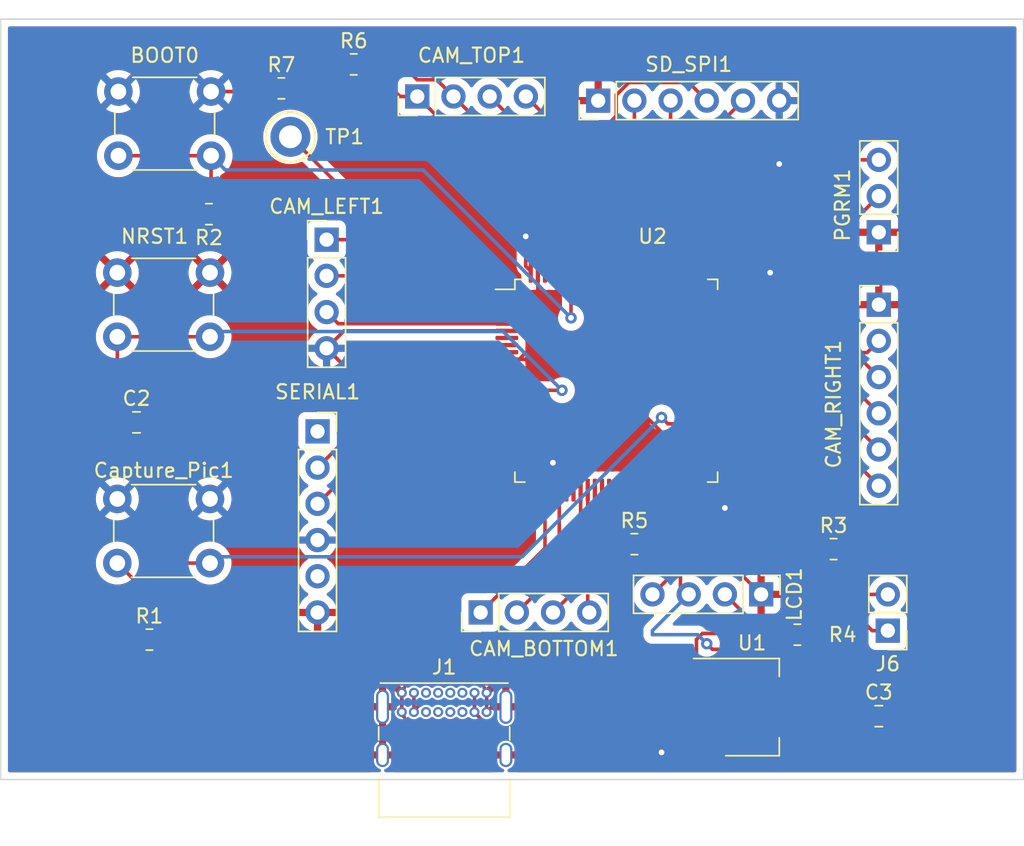
<source format=kicad_pcb>
(kicad_pcb (version 20211014) (generator pcbnew)
  (layers (0 "F.Cu" signal) (31 "B.Cu" signal) (34 "B.Paste" user) (35 "F.Paste" user) (36 "B.SilkS" user "B.Silkscreen") (37 "F.SilkS" user "F.Silkscreen") (38 "B.Mask" user) (39 "F.Mask" user) (44 "Edge.Cuts" user))
  (net 0 "")
  (net 1 "+3V3")
  (net 2 "GND")
  (net 3 "/VSYNC")
  (net 4 "/PCLK")
  (net 5 "/XCLK")
  (net 6 "/D7")
  (net 7 "/D6")
  (net 8 "/D5")
  (net 9 "/D4")
  (net 10 "/D3")
  (net 11 "/D2")
  (net 12 "/D1")
  (net 13 "/D0")
  (net 14 "/PWDN")
  (net 15 "+5V")
  (net 24 "Net-(J6-Pad2)")
  (net 25 "Net-(C2-Pad1)")
  (net 26 "/SWDIO")
  (net 27 "/SWCLK")
  (net 28 "/MISO")
  (net 29 "/MOSI")
  (net 30 "/CS")
  (net 32 "/RX")
  (net 33 "/TX")
  (net 45 "/VDD")
  (net 87 "/SCL_1")
  (net 88 "/SDA_1")
  (net 89 "/SDA_2")
  (net 90 "/SCL_2")
  (net 91 "Net-(BOOT0-Pad2)")
  (net 92 "/HSYNC")
  (net 93 "/CAM_RESET")
  (net 94 "Net-(J6-Pad1)")
  (net 95 "/SPI_CLK")
  (net 100 "Net-(Capture_Pic1-Pad2)")
  (net 101 "Net-(TP1-Pad1)")
  (footprint "Connector_PinHeader_2.54mm:PinHeader_1x04_P2.54mm_Vertical" (layer "F.Cu") (at 135.9 110.835 90)
    (fp_text reference "CAM_BOTTOM1" (at -2.54 4.435 180) (layer "F.SilkS"))
    (fp_text value "Conn_01x04_Male")
    (pad "1" thru_hole rect (at 0 0 90) (size 1.7 1.7) (drill 1) (layers *.Cu *.Mask) (net 92 "/HSYNC"))
    (pad "2" thru_hole oval (at 0 2.54 90) (size 1.7 1.7) (drill 1) (layers *.Cu *.Mask) (net 4 "/PCLK"))
    (pad "3" thru_hole oval (at 0 5.08 90) (size 1.7 1.7) (drill 1) (layers *.Cu *.Mask) (net 93 "/CAM_RESET"))
    (pad "4" thru_hole oval (at 0 7.62 90) (size 1.7 1.7) (drill 1) (layers *.Cu *.Mask) (net 14 "/PWDN"))
  )
  (footprint "Resistor_SMD:R_0805_2012Metric_Pad1.20x1.40mm_HandSolder" (layer "F.Cu") (at 146.685 106.045)
    (fp_text reference "R5" (at 0 -1.65) (layer "F.SilkS"))
    (fp_text value "4.7k")
    (pad "1" smd roundrect (at -1 0) (size 1.2 1.4) (layers "F.Cu" "F.Paste" "F.Mask") (roundrect_rratio 0.2083333333) (net 15 "+5V"))
    (pad "2" smd roundrect (at 1 0) (size 1.2 1.4) (layers "F.Cu" "F.Paste" "F.Mask") (roundrect_rratio 0.2083333333) (net 90 "/SCL_2"))
  )
  (footprint "Package_TO_SOT_SMD:SOT-223-3_TabPin2" (layer "F.Cu") (at 154.94 117.475)
    (fp_text reference "U1" (at 0 -4.5) (layer "F.SilkS"))
    (fp_text value "TC1262-33")
    (pad "1" smd rect (at -3.15 -2.3) (size 2 1.5) (layers "F.Cu" "F.Paste" "F.Mask") (net 15 "+5V"))
    (pad "2" smd rect (at -3.15 0) (size 2 1.5) (layers "F.Cu" "F.Paste" "F.Mask") (net 2 "GND"))
    (pad "2" smd rect (at 3.15 0) (size 2 3.8) (layers "F.Cu" "F.Paste" "F.Mask") (net 2 "GND"))
    (pad "3" smd rect (at -3.15 2.3) (size 2 1.5) (layers "F.Cu" "F.Paste" "F.Mask") (net 1 "+3V3"))
  )
  (footprint "Connector_PinHeader_2.54mm:PinHeader_1x03_P2.54mm_Vertical" (layer "F.Cu") (at 163.83 84.165 180)
    (fp_text reference "PGRM1" (at 2.54 1.905 90) (layer "F.SilkS"))
    (fp_text value "Conn_01x03_Male")
    (pad "1" thru_hole rect (at 0 0 180) (size 1.7 1.7) (drill 1) (layers *.Cu *.Mask) (net 2 "GND"))
    (pad "2" thru_hole oval (at 0 2.54 180) (size 1.7 1.7) (drill 1) (layers *.Cu *.Mask) (net 26 "/SWDIO"))
    (pad "3" thru_hole oval (at 0 5.08 180) (size 1.7 1.7) (drill 1) (layers *.Cu *.Mask) (net 27 "/SWCLK"))
  )
  (footprint "Resistor_SMD:R_0805_2012Metric_Pad1.20x1.40mm_HandSolder" (layer "F.Cu") (at 121.92 74.07)
    (fp_text reference "R7" (at 0 -1.65) (layer "F.SilkS"))
    (fp_text value "4.7k")
    (pad "1" smd roundrect (at -1 0) (size 1.2 1.4) (layers "F.Cu" "F.Paste" "F.Mask") (roundrect_rratio 0.2083333333) (net 1 "+3V3"))
    (pad "2" smd roundrect (at 1 0) (size 1.2 1.4) (layers "F.Cu" "F.Paste" "F.Mask") (roundrect_rratio 0.2083333333) (net 87 "/SCL_1"))
  )
  (footprint "Button_Switch_THT:SW_PUSH_6mm_H4.3mm" (layer "F.Cu") (at 110.49 74.295)
    (fp_text reference "BOOT0" (at 3.25 -2.54) (layer "F.SilkS"))
    (fp_text value "SW_Push")
    (pad "1" thru_hole circle (at 6.5 0 90) (size 2 2) (drill 1.1) (layers *.Cu *.Mask) (net 1 "+3V3"))
    (pad "1" thru_hole circle (at 0 0 90) (size 2 2) (drill 1.1) (layers *.Cu *.Mask) (net 1 "+3V3"))
    (pad "2" thru_hole circle (at 0 4.5 90) (size 2 2) (drill 1.1) (layers *.Cu *.Mask) (net 91 "Net-(BOOT0-Pad2)"))
    (pad "2" thru_hole circle (at 6.5 4.5 90) (size 2 2) (drill 1.1) (layers *.Cu *.Mask) (net 91 "Net-(BOOT0-Pad2)"))
  )
  (footprint "Capacitor_SMD:C_0805_2012Metric_Pad1.18x1.45mm_HandSolder" (layer "F.Cu") (at 163.83 118.11)
    (fp_text reference "C3" (at 0 -1.68) (layer "F.SilkS"))
    (fp_text value "10u")
    (pad "1" smd roundrect (at -1.0375 0) (size 1.175 1.45) (layers "F.Cu" "F.Paste" "F.Mask") (roundrect_rratio 0.212766) (net 15 "+5V"))
    (pad "2" smd roundrect (at 1.0375 0) (size 1.175 1.45) (layers "F.Cu" "F.Paste" "F.Mask") (roundrect_rratio 0.212766) (net 2 "GND"))
  )
  (footprint "Package_QFP:LQFP-100_14x14mm_P0.5mm" (layer "F.Cu") (at 145.415 94.579)
    (fp_text reference "U2" (at 2.54 -10.124) (layer "F.SilkS"))
    (fp_text value "STM32H743VITx")
    (pad "1" smd roundrect (at -7.675 -6) (size 1.6 0.3) (layers "F.Cu" "F.Paste" "F.Mask") (net 101 "Net-(TP1-Pad1)"))
    (pad "2" smd roundrect (at -7.675 -5.5) (size 1.6 0.3) (layers "F.Cu" "F.Paste" "F.Mask"))
    (pad "3" smd roundrect (at -7.675 -5) (size 1.6 0.3) (layers "F.Cu" "F.Paste" "F.Mask") (net 9 "/D4"))
    (pad "4" smd roundrect (at -7.675 -4.5) (size 1.6 0.3) (layers "F.Cu" "F.Paste" "F.Mask") (net 7 "/D6"))
    (pad "5" smd roundrect (at -7.675 -4) (size 1.6 0.3) (layers "F.Cu" "F.Paste" "F.Mask") (net 6 "/D7"))
    (pad "6" smd roundrect (at -7.675 -3.5) (size 1.6 0.3) (layers "F.Cu" "F.Paste" "F.Mask") (net 1 "+3V3"))
    (pad "7" smd roundrect (at -7.675 -3) (size 1.6 0.3) (layers "F.Cu" "F.Paste" "F.Mask"))
    (pad "8" smd roundrect (at -7.675 -2.5) (size 1.6 0.3) (layers "F.Cu" "F.Paste" "F.Mask"))
    (pad "9" smd roundrect (at -7.675 -2) (size 1.6 0.3) (layers "F.Cu" "F.Paste" "F.Mask"))
    (pad "10" smd roundrect (at -7.675 -1.5) (size 1.6 0.3) (layers "F.Cu" "F.Paste" "F.Mask") (net 2 "GND"))
    (pad "11" smd roundrect (at -7.675 -1) (size 1.6 0.3) (layers "F.Cu" "F.Paste" "F.Mask") (net 1 "+3V3"))
    (pad "12" smd roundrect (at -7.675 -0.5) (size 1.6 0.3) (layers "F.Cu" "F.Paste" "F.Mask"))
    (pad "13" smd roundrect (at -7.675 0) (size 1.6 0.3) (layers "F.Cu" "F.Paste" "F.Mask"))
    (pad "14" smd roundrect (at -7.675 0.5) (size 1.6 0.3) (layers "F.Cu" "F.Paste" "F.Mask") (net 25 "Net-(C2-Pad1)"))
    (pad "15" smd roundrect (at -7.675 1) (size 1.6 0.3) (layers "F.Cu" "F.Paste" "F.Mask"))
    (pad "16" smd roundrect (at -7.675 1.5) (size 1.6 0.3) (layers "F.Cu" "F.Paste" "F.Mask"))
    (pad "17" smd roundrect (at -7.675 2) (size 1.6 0.3) (layers "F.Cu" "F.Paste" "F.Mask"))
    (pad "18" smd roundrect (at -7.675 2.5) (size 1.6 0.3) (layers "F.Cu" "F.Paste" "F.Mask"))
    (pad "19" smd roundrect (at -7.675 3) (size 1.6 0.3) (layers "F.Cu" "F.Paste" "F.Mask") (net 2 "GND"))
    (pad "20" smd roundrect (at -7.675 3.5) (size 1.6 0.3) (layers "F.Cu" "F.Paste" "F.Mask") (net 45 "/VDD"))
    (pad "21" smd roundrect (at -7.675 4) (size 1.6 0.3) (layers "F.Cu" "F.Paste" "F.Mask") (net 1 "+3V3"))
    (pad "22" smd roundrect (at -7.675 4.5) (size 1.6 0.3) (layers "F.Cu" "F.Paste" "F.Mask") (net 32 "/RX"))
    (pad "23" smd roundrect (at -7.675 5) (size 1.6 0.3) (layers "F.Cu" "F.Paste" "F.Mask") (net 33 "/TX"))
    (pad "24" smd roundrect (at -7.675 5.5) (size 1.6 0.3) (layers "F.Cu" "F.Paste" "F.Mask"))
    (pad "25" smd roundrect (at -7.675 6) (size 1.6 0.3) (layers "F.Cu" "F.Paste" "F.Mask"))
    (pad "26" smd roundrect (at -6 7.675) (size 0.3 1.6) (layers "F.Cu" "F.Paste" "F.Mask") (net 2 "GND"))
    (pad "27" smd roundrect (at -5.5 7.675) (size 0.3 1.6) (layers "F.Cu" "F.Paste" "F.Mask") (net 1 "+3V3"))
    (pad "28" smd roundrect (at -5 7.675) (size 0.3 1.6) (layers "F.Cu" "F.Paste" "F.Mask") (net 92 "/HSYNC"))
    (pad "29" smd roundrect (at -4.5 7.675) (size 0.3 1.6) (layers "F.Cu" "F.Paste" "F.Mask"))
    (pad "30" smd roundrect (at -4 7.675) (size 0.3 1.6) (layers "F.Cu" "F.Paste" "F.Mask") (net 4 "/PCLK"))
    (pad "31" smd roundrect (at -3.5 7.675) (size 0.3 1.6) (layers "F.Cu" "F.Paste" "F.Mask"))
    (pad "32" smd roundrect (at -3 7.675) (size 0.3 1.6) (layers "F.Cu" "F.Paste" "F.Mask"))
    (pad "33" smd roundrect (at -2.5 7.675) (size 0.3 1.6) (layers "F.Cu" "F.Paste" "F.Mask") (net 93 "/CAM_RESET"))
    (pad "34" smd roundrect (at -2 7.675) (size 0.3 1.6) (layers "F.Cu" "F.Paste" "F.Mask") (net 14 "/PWDN"))
    (pad "35" smd roundrect (at -1.5 7.675) (size 0.3 1.6) (layers "F.Cu" "F.Paste" "F.Mask"))
    (pad "36" smd roundrect (at -1 7.675) (size 0.3 1.6) (layers "F.Cu" "F.Paste" "F.Mask"))
    (pad "37" smd roundrect (at -0.5 7.675) (size 0.3 1.6) (layers "F.Cu" "F.Paste" "F.Mask"))
    (pad "38" smd roundrect (at 0 7.675) (size 0.3 1.6) (layers "F.Cu" "F.Paste" "F.Mask"))
    (pad "39" smd roundrect (at 0.5 7.675) (size 0.3 1.6) (layers "F.Cu" "F.Paste" "F.Mask"))
    (pad "40" smd roundrect (at 1 7.675) (size 0.3 1.6) (layers "F.Cu" "F.Paste" "F.Mask"))
    (pad "41" smd roundrect (at 1.5 7.675) (size 0.3 1.6) (layers "F.Cu" "F.Paste" "F.Mask"))
    (pad "42" smd roundrect (at 2 7.675) (size 0.3 1.6) (layers "F.Cu" "F.Paste" "F.Mask"))
    (pad "43" smd roundrect (at 2.5 7.675) (size 0.3 1.6) (layers "F.Cu" "F.Paste" "F.Mask"))
    (pad "44" smd roundrect (at 3 7.675) (size 0.3 1.6) (layers "F.Cu" "F.Paste" "F.Mask"))
    (pad "45" smd roundrect (at 3.5 7.675) (size 0.3 1.6) (layers "F.Cu" "F.Paste" "F.Mask"))
    (pad "46" smd roundrect (at 4 7.675) (size 0.3 1.6) (layers "F.Cu" "F.Paste" "F.Mask") (net 90 "/SCL_2"))
    (pad "47" smd roundrect (at 4.5 7.675) (size 0.3 1.6) (layers "F.Cu" "F.Paste" "F.Mask") (net 89 "/SDA_2"))
    (pad "48" smd roundrect (at 5 7.675) (size 0.3 1.6) (layers "F.Cu" "F.Paste" "F.Mask"))
    (pad "49" smd roundrect (at 5.5 7.675) (size 0.3 1.6) (layers "F.Cu" "F.Paste" "F.Mask") (net 2 "GND"))
    (pad "50" smd roundrect (at 6 7.675) (size 0.3 1.6) (layers "F.Cu" "F.Paste" "F.Mask") (net 1 "+3V3"))
    (pad "51" smd roundrect (at 7.675 6) (size 1.6 0.3) (layers "F.Cu" "F.Paste" "F.Mask"))
    (pad "52" smd roundrect (at 7.675 5.5) (size 1.6 0.3) (layers "F.Cu" "F.Paste" "F.Mask"))
    (pad "53" smd roundrect (at 7.675 5) (size 1.6 0.3) (layers "F.Cu" "F.Paste" "F.Mask"))
    (pad "54" smd roundrect (at 7.675 4.5) (size 1.6 0.3) (layers "F.Cu" "F.Paste" "F.Mask"))
    (pad "55" smd roundrect (at 7.675 4) (size 1.6 0.3) (layers "F.Cu" "F.Paste" "F.Mask"))
    (pad "56" smd roundrect (at 7.675 3.5) (size 1.6 0.3) (layers "F.Cu" "F.Paste" "F.Mask"))
    (pad "57" smd roundrect (at 7.675 3) (size 1.6 0.3) (layers "F.Cu" "F.Paste" "F.Mask") (net 100 "Net-(Capture_Pic1-Pad2)"))
    (pad "58" smd roundrect (at 7.675 2.5) (size 1.6 0.3) (layers "F.Cu" "F.Paste" "F.Mask") (net 94 "Net-(J6-Pad1)"))
    (pad "59" smd roundrect (at 7.675 2) (size 1.6 0.3) (layers "F.Cu" "F.Paste" "F.Mask"))
    (pad "60" smd roundrect (at 7.675 1.5) (size 1.6 0.3) (layers "F.Cu" "F.Paste" "F.Mask"))
    (pad "61" smd roundrect (at 7.675 1) (size 1.6 0.3) (layers "F.Cu" "F.Paste" "F.Mask"))
    (pad "62" smd roundrect (at 7.675 0.5) (size 1.6 0.3) (layers "F.Cu" "F.Paste" "F.Mask"))
    (pad "63" smd roundrect (at 7.675 0) (size 1.6 0.3) (layers "F.Cu" "F.Paste" "F.Mask") (net 13 "/D0"))
    (pad "64" smd roundrect (at 7.675 -0.5) (size 1.6 0.3) (layers "F.Cu" "F.Paste" "F.Mask") (net 12 "/D1"))
    (pad "65" smd roundrect (at 7.675 -1) (size 1.6 0.3) (layers "F.Cu" "F.Paste" "F.Mask") (net 11 "/D2"))
    (pad "66" smd roundrect (at 7.675 -1.5) (size 1.6 0.3) (layers "F.Cu" "F.Paste" "F.Mask") (net 10 "/D3"))
    (pad "67" smd roundrect (at 7.675 -2) (size 1.6 0.3) (layers "F.Cu" "F.Paste" "F.Mask") (net 5 "/XCLK"))
    (pad "68" smd roundrect (at 7.675 -2.5) (size 1.6 0.3) (layers "F.Cu" "F.Paste" "F.Mask"))
    (pad "69" smd roundrect (at 7.675 -3) (size 1.6 0.3) (layers "F.Cu" "F.Paste" "F.Mask"))
    (pad "70" smd roundrect (at 7.675 -3.5) (size 1.6 0.3) (layers "F.Cu" "F.Paste" "F.Mask"))
    (pad "71" smd roundrect (at 7.675 -4) (size 1.6 0.3) (layers "F.Cu" "F.Paste" "F.Mask"))
    (pad "72" smd roundrect (at 7.675 -4.5) (size 1.6 0.3) (layers "F.Cu" "F.Paste" "F.Mask") (net 26 "/SWDIO"))
    (pad "73" smd roundrect (at 7.675 -5) (size 1.6 0.3) (layers "F.Cu" "F.Paste" "F.Mask"))
    (pad "74" smd roundrect (at 7.675 -5.5) (size 1.6 0.3) (layers "F.Cu" "F.Paste" "F.Mask") (net 2 "GND"))
    (pad "75" smd roundrect (at 7.675 -6) (size 1.6 0.3) (layers "F.Cu" "F.Paste" "F.Mask") (net 1 "+3V3"))
    (pad "76" smd roundrect (at 6 -7.675) (size 0.3 1.6) (layers "F.Cu" "F.Paste" "F.Mask") (net 27 "/SWCLK"))
    (pad "77" smd roundrect (at 5.5 -7.675) (size 0.3 1.6) (layers "F.Cu" "F.Paste" "F.Mask"))
    (pad "78" smd roundrect (at 5 -7.675) (size 0.3 1.6) (layers "F.Cu" "F.Paste" "F.Mask"))
    (pad "79" smd roundrect (at 4.5 -7.675) (size 0.3 1.6) (layers "F.Cu" "F.Paste" "F.Mask"))
    (pad "80" smd roundrect (at 4 -7.675) (size 0.3 1.6) (layers "F.Cu" "F.Paste" "F.Mask"))
    (pad "81" smd roundrect (at 3.5 -7.675) (size 0.3 1.6) (layers "F.Cu" "F.Paste" "F.Mask"))
    (pad "82" smd roundrect (at 3 -7.675) (size 0.3 1.6) (layers "F.Cu" "F.Paste" "F.Mask"))
    (pad "83" smd roundrect (at 2.5 -7.675) (size 0.3 1.6) (layers "F.Cu" "F.Paste" "F.Mask"))
    (pad "84" smd roundrect (at 2 -7.675) (size 0.3 1.6) (layers "F.Cu" "F.Paste" "F.Mask"))
    (pad "85" smd roundrect (at 1.5 -7.675) (size 0.3 1.6) (layers "F.Cu" "F.Paste" "F.Mask"))
    (pad "86" smd roundrect (at 1 -7.675) (size 0.3 1.6) (layers "F.Cu" "F.Paste" "F.Mask"))
    (pad "87" smd roundrect (at 0.5 -7.675) (size 0.3 1.6) (layers "F.Cu" "F.Paste" "F.Mask"))
    (pad "88" smd roundrect (at 0 -7.675) (size 0.3 1.6) (layers "F.Cu" "F.Paste" "F.Mask") (net 30 "/CS"))
    (pad "89" smd roundrect (at -0.5 -7.675) (size 0.3 1.6) (layers "F.Cu" "F.Paste" "F.Mask") (net 95 "/SPI_CLK"))
    (pad "90" smd roundrect (at -1 -7.675) (size 0.3 1.6) (layers "F.Cu" "F.Paste" "F.Mask") (net 28 "/MISO"))
    (pad "91" smd roundrect (at -1.5 -7.675) (size 0.3 1.6) (layers "F.Cu" "F.Paste" "F.Mask") (net 29 "/MOSI"))
    (pad "92" smd roundrect (at -2 -7.675) (size 0.3 1.6) (layers "F.Cu" "F.Paste" "F.Mask") (net 8 "/D5"))
    (pad "93" smd roundrect (at -2.5 -7.675) (size 0.3 1.6) (layers "F.Cu" "F.Paste" "F.Mask") (net 3 "/VSYNC"))
    (pad "94" smd roundrect (at -3 -7.675) (size 0.3 1.6) (layers "F.Cu" "F.Paste" "F.Mask") (net 91 "Net-(BOOT0-Pad2)"))
    (pad "95" smd roundrect (at -3.5 -7.675) (size 0.3 1.6) (layers "F.Cu" "F.Paste" "F.Mask") (net 87 "/SCL_1"))
    (pad "96" smd roundrect (at -4 -7.675) (size 0.3 1.6) (layers "F.Cu" "F.Paste" "F.Mask") (net 88 "/SDA_1"))
    (pad "97" smd roundrect (at -4.5 -7.675) (size 0.3 1.6) (layers "F.Cu" "F.Paste" "F.Mask"))
    (pad "98" smd roundrect (at -5 -7.675) (size 0.3 1.6) (layers "F.Cu" "F.Paste" "F.Mask"))
    (pad "99" smd roundrect (at -5.5 -7.675) (size 0.3 1.6) (layers "F.Cu" "F.Paste" "F.Mask") (net 2 "GND"))
    (pad "100" smd roundrect (at -6 -7.675) (size 0.3 1.6) (layers "F.Cu" "F.Paste" "F.Mask") (net 1 "+3V3"))
  )
  (footprint "TestPoint:TestPoint_Keystone_5010-5014_Multipurpose" (layer "F.Cu") (at 122.555 77.47)
    (fp_text reference "TP1" (at 3.81 0) (layer "F.SilkS"))
    (fp_text value "TestPoint")
    (pad "1" thru_hole circle (at 0 0) (size 2.8 2.8) (drill 1.6) (layers *.Cu *.Mask) (net 101 "Net-(TP1-Pad1)"))
  )
  (footprint "Connector_PinHeader_2.54mm:PinHeader_1x04_P2.54mm_Vertical" (layer "F.Cu") (at 131.455 74.64 90)
    (fp_text reference "CAM_TOP1" (at 2.885 3.8 180) (layer "F.SilkS"))
    (fp_text value "Conn_01x04_Male")
    (pad "1" thru_hole rect (at 0 0 90) (size 1.7 1.7) (drill 1) (layers *.Cu *.Mask) (net 88 "/SDA_1"))
    (pad "2" thru_hole oval (at 0 2.54 90) (size 1.7 1.7) (drill 1) (layers *.Cu *.Mask) (net 87 "/SCL_1"))
    (pad "3" thru_hole oval (at 0 5.08 90) (size 1.7 1.7) (drill 1) (layers *.Cu *.Mask) (net 3 "/VSYNC"))
    (pad "4" thru_hole oval (at 0 7.62 90) (size 1.7 1.7) (drill 1) (layers *.Cu *.Mask) (net 8 "/D5"))
  )
  (footprint "Button_Switch_THT:SW_PUSH_6mm_H4.3mm" (layer "F.Cu") (at 110.415 86.995)
    (fp_text reference "NRST1" (at 2.615 -2.54) (layer "F.SilkS"))
    (fp_text value "SW_Push")
    (pad "1" thru_hole circle (at 6.5 0 90) (size 2 2) (drill 1.1) (layers *.Cu *.Mask) (net 2 "GND"))
    (pad "1" thru_hole circle (at 0 0 90) (size 2 2) (drill 1.1) (layers *.Cu *.Mask) (net 2 "GND"))
    (pad "2" thru_hole circle (at 6.5 4.5 90) (size 2 2) (drill 1.1) (layers *.Cu *.Mask) (net 25 "Net-(C2-Pad1)"))
    (pad "2" thru_hole circle (at 0 4.5 90) (size 2 2) (drill 1.1) (layers *.Cu *.Mask) (net 25 "Net-(C2-Pad1)"))
  )
  (footprint "Connector_PinHeader_2.54mm:PinHeader_1x02_P2.54mm_Vertical" (layer "F.Cu") (at 164.465 112.11 180)
    (fp_text reference "J6" (at 0 -2.33) (layer "F.SilkS"))
    (fp_text value "Conn_01x02_Male")
    (pad "1" thru_hole rect (at 0 0 180) (size 1.7 1.7) (drill 1) (layers *.Cu *.Mask) (net 94 "Net-(J6-Pad1)"))
    (pad "2" thru_hole oval (at 0 2.54 180) (size 1.7 1.7) (drill 1) (layers *.Cu *.Mask) (net 24 "Net-(J6-Pad2)"))
  )
  (footprint "Resistor_SMD:R_0805_2012Metric_Pad1.20x1.40mm_HandSolder" (layer "F.Cu") (at 116.84 82.895 180)
    (fp_text reference "R2" (at 0 -1.65) (layer "F.SilkS"))
    (fp_text value "10k")
    (pad "1" smd roundrect (at -1 0 180) (size 1.2 1.4) (layers "F.Cu" "F.Paste" "F.Mask") (roundrect_rratio 0.2083333333) (net 91 "Net-(BOOT0-Pad2)"))
    (pad "2" smd roundrect (at 1 0 180) (size 1.2 1.4) (layers "F.Cu" "F.Paste" "F.Mask") (roundrect_rratio 0.2083333333) (net 2 "GND"))
  )
  (footprint "Connector_PinSocket_2.54mm:PinSocket_1x06_P2.54mm_Vertical" (layer "F.Cu") (at 124.46 98.135)
    (fp_text reference "SERIAL1" (at 0 -2.77) (layer "F.SilkS"))
    (fp_text value "Conn_01x06_Female")
    (pad "1" thru_hole rect (at 0 0) (size 1.7 1.7) (drill 1) (layers *.Cu *.Mask))
    (pad "2" thru_hole oval (at 0 2.54) (size 1.7 1.7) (drill 1) (layers *.Cu *.Mask) (net 32 "/RX"))
    (pad "3" thru_hole oval (at 0 5.08) (size 1.7 1.7) (drill 1) (layers *.Cu *.Mask) (net 33 "/TX"))
    (pad "4" thru_hole oval (at 0 7.62) (size 1.7 1.7) (drill 1) (layers *.Cu *.Mask) (net 1 "+3V3"))
    (pad "5" thru_hole oval (at 0 10.16) (size 1.7 1.7) (drill 1) (layers *.Cu *.Mask))
    (pad "6" thru_hole oval (at 0 12.7) (size 1.7 1.7) (drill 1) (layers *.Cu *.Mask) (net 2 "GND"))
  )
  (footprint "Connector_PinHeader_2.54mm:PinHeader_1x04_P2.54mm_Vertical" (layer "F.Cu") (at 155.575 109.565 -90)
    (fp_text reference "LCD1" (at 0 -2.33 90) (layer "F.SilkS"))
    (fp_text value "Conn_01x04_Male")
    (pad "1" thru_hole rect (at 0 0 270) (size 1.7 1.7) (drill 1) (layers *.Cu *.Mask) (net 2 "GND"))
    (pad "2" thru_hole oval (at 0 2.54 270) (size 1.7 1.7) (drill 1) (layers *.Cu *.Mask) (net 15 "+5V"))
    (pad "3" thru_hole oval (at 0 5.08 270) (size 1.7 1.7) (drill 1) (layers *.Cu *.Mask) (net 89 "/SDA_2"))
    (pad "4" thru_hole oval (at 0 7.62 270) (size 1.7 1.7) (drill 1) (layers *.Cu *.Mask) (net 90 "/SCL_2"))
  )
  (footprint "Resistor_SMD:R_0805_2012Metric_Pad1.20x1.40mm_HandSolder" (layer "F.Cu") (at 158.115 112.395)
    (fp_text reference "R4" (at 3.175 0) (layer "F.SilkS"))
    (fp_text value "4.7k")
    (pad "1" smd roundrect (at -1 0) (size 1.2 1.4) (layers "F.Cu" "F.Paste" "F.Mask") (roundrect_rratio 0.2083333333) (net 15 "+5V"))
    (pad "2" smd roundrect (at 1 0) (size 1.2 1.4) (layers "F.Cu" "F.Paste" "F.Mask") (roundrect_rratio 0.2083333333) (net 89 "/SDA_2"))
  )
  (footprint "Resistor_SMD:R_0805_2012Metric_Pad1.20x1.40mm_HandSolder" (layer "F.Cu") (at 127 72.39)
    (fp_text reference "R6" (at 0 -1.65) (layer "F.SilkS"))
    (fp_text value "4.7k")
    (pad "1" smd roundrect (at -1 0) (size 1.2 1.4) (layers "F.Cu" "F.Paste" "F.Mask") (roundrect_rratio 0.2083333333) (net 1 "+3V3"))
    (pad "2" smd roundrect (at 1 0) (size 1.2 1.4) (layers "F.Cu" "F.Paste" "F.Mask") (roundrect_rratio 0.2083333333) (net 88 "/SDA_1"))
  )
  (footprint "Connector_PinHeader_2.54mm:PinHeader_1x04_P2.54mm_Vertical" (layer "F.Cu") (at 125.095 84.683)
    (fp_text reference "CAM_LEFT1" (at 0 -2.33) (layer "F.SilkS"))
    (fp_text value "Conn_01x04_Male")
    (pad "1" thru_hole rect (at 0 0) (size 1.7 1.7) (drill 1) (layers *.Cu *.Mask) (net 9 "/D4"))
    (pad "2" thru_hole oval (at 0 2.54) (size 1.7 1.7) (drill 1) (layers *.Cu *.Mask) (net 7 "/D6"))
    (pad "3" thru_hole oval (at 0 5.08) (size 1.7 1.7) (drill 1) (layers *.Cu *.Mask) (net 6 "/D7"))
    (pad "4" thru_hole oval (at 0 7.62) (size 1.7 1.7) (drill 1) (layers *.Cu *.Mask) (net 1 "+3V3"))
  )
  (footprint "Resistor_SMD:R_0805_2012Metric_Pad1.20x1.40mm_HandSolder" (layer "F.Cu") (at 160.655 106.39)
    (fp_text reference "R3" (at 0 -1.65) (layer "F.SilkS"))
    (fp_text value "330")
    (pad "1" smd roundrect (at -1 0) (size 1.2 1.4) (layers "F.Cu" "F.Paste" "F.Mask") (roundrect_rratio 0.2083333333) (net 24 "Net-(J6-Pad2)"))
    (pad "2" smd roundrect (at 1 0) (size 1.2 1.4) (layers "F.Cu" "F.Paste" "F.Mask") (roundrect_rratio 0.2083333333) (net 2 "GND"))
  )
  (footprint "Resistor_SMD:R_0805_2012Metric_Pad1.20x1.40mm_HandSolder" (layer "F.Cu") (at 112.665 112.74)
    (fp_text reference "R1" (at 0 -1.65) (layer "F.SilkS"))
    (fp_text value "10k")
    (pad "1" smd roundrect (at -1 0) (size 1.2 1.4) (layers "F.Cu" "F.Paste" "F.Mask") (roundrect_rratio 0.2083333333) (net 100 "Net-(Capture_Pic1-Pad2)"))
    (pad "2" smd roundrect (at 1 0) (size 1.2 1.4) (layers "F.Cu" "F.Paste" "F.Mask") (roundrect_rratio 0.2083333333) (net 2 "GND"))
  )
  (footprint "Connector_USB:USB_C_Receptacle_GCT_USB4085" (layer "F.Cu") (at 130.37 116.47)
    (fp_text reference "J1" (at 2.975 -1.8) (layer "F.SilkS"))
    (fp_text value "USB_C_Receptacle_USB2.0")
    (pad "A1" thru_hole circle (at 0 0) (size 0.7 0.7) (drill 0.4) (layers *.Cu *.Mask) (net 2 "GND"))
    (pad "A4" thru_hole circle (at 0.85 0) (size 0.7 0.7) (drill 0.4) (layers *.Cu *.Mask) (net 15 "+5V"))
    (pad "A5" thru_hole circle (at 1.7 0) (size 0.7 0.7) (drill 0.4) (layers *.Cu *.Mask))
    (pad "A6" thru_hole circle (at 2.55 0) (size 0.7 0.7) (drill 0.4) (layers *.Cu *.Mask))
    (pad "A7" thru_hole circle (at 3.4 0) (size 0.7 0.7) (drill 0.4) (layers *.Cu *.Mask))
    (pad "A8" thru_hole circle (at 4.25 0) (size 0.7 0.7) (drill 0.4) (layers *.Cu *.Mask))
    (pad "A9" thru_hole circle (at 5.1 0) (size 0.7 0.7) (drill 0.4) (layers *.Cu *.Mask) (net 15 "+5V"))
    (pad "A12" thru_hole circle (at 5.95 0) (size 0.7 0.7) (drill 0.4) (layers *.Cu *.Mask) (net 2 "GND"))
    (pad "B1" thru_hole circle (at 5.95 1.35) (size 0.7 0.7) (drill 0.4) (layers *.Cu *.Mask) (net 2 "GND"))
    (pad "B4" thru_hole circle (at 5.1 1.35) (size 0.7 0.7) (drill 0.4) (layers *.Cu *.Mask) (net 15 "+5V"))
    (pad "B5" thru_hole circle (at 4.25 1.35) (size 0.7 0.7) (drill 0.4) (layers *.Cu *.Mask))
    (pad "B6" thru_hole circle (at 3.4 1.35) (size 0.7 0.7) (drill 0.4) (layers *.Cu *.Mask))
    (pad "B7" thru_hole circle (at 2.55 1.35) (size 0.7 0.7) (drill 0.4) (layers *.Cu *.Mask))
    (pad "B8" thru_hole circle (at 1.7 1.35) (size 0.7 0.7) (drill 0.4) (layers *.Cu *.Mask))
    (pad "B9" thru_hole circle (at 0.85 1.35) (size 0.7 0.7) (drill 0.4) (layers *.Cu *.Mask) (net 15 "+5V"))
    (pad "B12" thru_hole circle (at 0 1.35) (size 0.7 0.7) (drill 0.4) (layers *.Cu *.Mask) (net 2 "GND"))
    (pad "S1" thru_hole oval (at -1.35 0.98) (size 0.9 2.4) (drill oval 0.6 2.1) (layers *.Cu *.Mask) (net 2 "GND"))
    (pad "S1" thru_hole oval (at -1.35 4.36) (size 0.9 1.7) (drill oval 0.6 1.4) (layers *.Cu *.Mask) (net 2 "GND"))
    (pad "S1" thru_hole oval (at 7.3 4.36) (size 0.9 1.7) (drill oval 0.6 1.4) (layers *.Cu *.Mask) (net 2 "GND"))
    (pad "S1" thru_hole oval (at 7.3 0.98) (size 0.9 2.4) (drill oval 0.6 2.1) (layers *.Cu *.Mask) (net 2 "GND"))
  )
  (footprint "Connector_PinHeader_2.54mm:PinHeader_1x06_P2.54mm_Vertical" (layer "F.Cu") (at 144.145 74.93 90)
    (fp_text reference "SD_SPI1" (at 2.54 6.35 180) (layer "F.SilkS"))
    (fp_text value "Conn_01x06_Male")
    (pad "1" thru_hole rect (at 0 0 90) (size 1.7 1.7) (drill 1) (layers *.Cu *.Mask) (net 2 "GND"))
    (pad "2" thru_hole oval (at 0 2.54 90) (size 1.7 1.7) (drill 1) (layers *.Cu *.Mask) (net 28 "/MISO"))
    (pad "3" thru_hole oval (at 0 5.08 90) (size 1.7 1.7) (drill 1) (layers *.Cu *.Mask) (net 95 "/SPI_CLK"))
    (pad "4" thru_hole oval (at 0 7.62 90) (size 1.7 1.7) (drill 1) (layers *.Cu *.Mask) (net 29 "/MOSI"))
    (pad "5" thru_hole oval (at 0 10.16 90) (size 1.7 1.7) (drill 1) (layers *.Cu *.Mask) (net 30 "/CS"))
    (pad "6" thru_hole oval (at 0 12.7 90) (size 1.7 1.7) (drill 1) (layers *.Cu *.Mask) (net 1 "+3V3"))
  )
  (footprint "Button_Switch_THT:SW_PUSH_6mm_H4.3mm" (layer "F.Cu") (at 110.415 102.87)
    (fp_text reference "Capture_Pic1" (at 3.25 -2) (layer "F.SilkS"))
    (fp_text value "SW_Push")
    (pad "1" thru_hole circle (at 0 0 90) (size 2 2) (drill 1.1) (layers *.Cu *.Mask) (net 1 "+3V3"))
    (pad "1" thru_hole circle (at 6.5 0 90) (size 2 2) (drill 1.1) (layers *.Cu *.Mask) (net 1 "+3V3"))
    (pad "2" thru_hole circle (at 0 4.5 90) (size 2 2) (drill 1.1) (layers *.Cu *.Mask) (net 100 "Net-(Capture_Pic1-Pad2)"))
    (pad "2" thru_hole circle (at 6.5 4.5 90) (size 2 2) (drill 1.1) (layers *.Cu *.Mask) (net 100 "Net-(Capture_Pic1-Pad2)"))
  )
  (footprint "Capacitor_SMD:C_0805_2012Metric_Pad1.18x1.45mm_HandSolder" (layer "F.Cu") (at 111.76 97.5)
    (fp_text reference "C2" (at 0 -1.68) (layer "F.SilkS"))
    (fp_text value "0.1uF")
    (pad "1" smd roundrect (at -1.0375 0) (size 1.175 1.45) (layers "F.Cu" "F.Paste" "F.Mask") (roundrect_rratio 0.2127659574) (net 25 "Net-(C2-Pad1)"))
    (pad "2" smd roundrect (at 1.0375 0) (size 1.175 1.45) (layers "F.Cu" "F.Paste" "F.Mask") (roundrect_rratio 0.2127659574) (net 2 "GND"))
  )
  (footprint "Connector_PinHeader_2.54mm:PinHeader_1x06_P2.54mm_Vertical" (layer "F.Cu") (at 163.83 89.245)
    (fp_text reference "CAM_RIGHT1" (at -3.175 6.985 90) (layer "F.SilkS"))
    (fp_text value "Conn_01x06_Male")
    (pad "1" thru_hole rect (at 0 0) (size 1.7 1.7) (drill 1) (layers *.Cu *.Mask) (net 2 "GND"))
    (pad "2" thru_hole oval (at 0 2.54) (size 1.7 1.7) (drill 1) (layers *.Cu *.Mask) (net 5 "/XCLK"))
    (pad "3" thru_hole oval (at 0 5.08) (size 1.7 1.7) (drill 1) (layers *.Cu *.Mask) (net 10 "/D3"))
    (pad "4" thru_hole oval (at 0 7.62) (size 1.7 1.7) (drill 1) (layers *.Cu *.Mask) (net 11 "/D2"))
    (pad "5" thru_hole oval (at 0 10.16) (size 1.7 1.7) (drill 1) (layers *.Cu *.Mask) (net 12 "/D1"))
    (pad "6" thru_hole oval (at 0 12.7) (size 1.7 1.7) (drill 1) (layers *.Cu *.Mask) (net 13 "/D0"))
  )
  (gr_rect (start 102.235 69.215) (end 173.99 122.555) (layer "Edge.Cuts") (width 0.1) (fill none))
  (segment (start 156.21 86.995) (end 154.626 88.579) (width 0.25) (layer "F.Cu") (net 1))
  (segment (start 137.74 91.079) (end 126.319 91.079) (width 0.25) (layer "F.Cu") (net 1))
  (segment (start 148.59 120.65) (end 149.465 119.775) (width 0.25) (layer "F.Cu") (net 1))
  (segment (start 140.97 100.33) (end 139.915 101.385) (width 0.25) (layer "F.Cu") (net 1))
  (segment (start 131.371 98.579) (end 125.095 92.303) (width 0.25) (layer "F.Cu") (net 1))
  (segment (start 149.465 119.775) (end 151.79 119.775) (width 0.25) (layer "F.Cu") (net 1))
  (segment (start 139.065 86.554) (end 139.415 86.904) (width 0.25) (layer "F.Cu") (net 1))
  (segment (start 151.765 102.235) (end 151.38952 102.235) (width 0.25) (layer "F.Cu") (net 1))
  (segment (start 120.92 74.07) (end 122.6 72.39) (width 0.25) (layer "F.Cu") (net 1))
  (segment (start 126.319 91.079) (end 125.095 92.303) (width 0.25) (layer "F.Cu") (net 1))
  (segment (start 120.695 74.295) (end 116.99 74.295) (width 0.25) (layer "F.Cu") (net 1))
  (segment (start 139.915 101.385) (end 139.915 102.254) (width 0.25) (layer "F.Cu") (net 1))
  (segment (start 153.035 103.505) (end 151.765 102.235) (width 0.25) (layer "F.Cu") (net 1))
  (segment (start 122.6 72.39) (end 126 72.39) (width 0.25) (layer "F.Cu") (net 1))
  (segment (start 139.065 84.455) (end 139.065 86.554) (width 0.25) (layer "F.Cu") (net 1))
  (segment (start 137.74 93.579) (end 126.371 93.579) (width 0.25) (layer "F.Cu") (net 1))
  (segment (start 154.626 88.579) (end 153.09 88.579) (width 0.25) (layer "F.Cu") (net 1))
  (segment (start 126.371 93.579) (end 125.095 92.303) (width 0.25) (layer "F.Cu") (net 1))
  (segment (start 120.92 74.07) (end 120.695 74.295) (width 0.25) (layer "F.Cu") (net 1))
  (segment (start 156.845 79.375) (end 156.845 74.93) (width 0.25) (layer "F.Cu") (net 1))
  (segment (start 137.74 98.579) (end 131.371 98.579) (width 0.25) (layer "F.Cu") (net 1))
  (via (at 156.845 79.375) (size 0.8) (drill 0.4) (layers "F.Cu" "B.Cu") (net 1))
  (via (at 140.97 100.33) (size 0.8) (drill 0.4) (layers "F.Cu" "B.Cu") (net 1))
  (via (at 156.21 86.995) (size 0.8) (drill 0.4) (layers "F.Cu" "B.Cu") (net 1))
  (via (at 139.065 84.455) (size 0.8) (drill 0.4) (layers "F.Cu" "B.Cu") (net 1))
  (via (at 153.035 103.505) (size 0.8) (drill 0.4) (layers "F.Cu" "B.Cu") (net 1))
  (via (at 148.59 120.65) (size 0.8) (drill 0.4) (layers "F.Cu" "B.Cu") (net 1))
  (segment (start 130.37 116.47) (end 130.37 117.82) (width 0.25) (layer "F.Cu") (net 2))
  (segment (start 145.415 94.615) (end 145.415 95.004614) (width 0.25) (layer "F.Cu") (net 2))
  (segment (start 145.415 94.615) (end 142.451 97.579) (width 0.25) (layer "F.Cu") (net 2))
  (segment (start 145.415 94.615) (end 143.879 93.079) (width 0.25) (layer "F.Cu") (net 2))
  (segment (start 150.951 89.079) (end 145.415 94.615) (width 0.25) (layer "F.Cu") (net 2))
  (segment (start 138.605006 93.079) (end 139.915 91.769006) (width 0.25) (layer "F.Cu") (net 2))
  (segment (start 150.915 107.735) (end 150.915 102.254) (width 0.25) (layer "F.Cu") (net 2))
  (segment (start 136.69 117.45) (end 136.32 117.82) (width 0.25) (layer "F.Cu") (net 2))
  (segment (start 137.67 117.45) (end 136.69 117.45) (width 0.25) (layer "F.Cu") (net 2))
  (segment (start 142.451 97.579) (end 137.74 97.579) (width 0.25) (layer "F.Cu") (net 2))
  (segment (start 151.13 107.95) (end 150.915 107.735) (width 0.25) (layer "F.Cu") (net 2))
  (segment (start 139.44048 98.414474) (end 139.44048 101.6) (width 0.25) (layer "F.Cu") (net 2))
  (segment (start 139.915 91.769006) (end 139.915 86.904) (width 0.25) (layer "F.Cu") (net 2))
  (segment (start 137.74 97.579) (end 138.605006 97.579) (width 0.25) (layer "F.Cu") (net 2))
  (segment (start 153.96 107.95) (end 151.13 107.95) (width 0.25) (layer "F.Cu") (net 2))
  (segment (start 136.32 117.82) (end 136.32 116.47) (width 0.25) (layer "F.Cu") (net 2))
  (segment (start 150.915 100.504614) (end 150.915 102.254) (width 0.25) (layer "F.Cu") (net 2))
  (segment (start 143.879 93.079) (end 137.74 93.079) (width 0.25) (layer "F.Cu") (net 2))
  (segment (start 155.575 109.565) (end 153.96 107.95) (width 0.25) (layer "F.Cu") (net 2))
  (segment (start 137.74 93.079) (end 138.605006 93.079) (width 0.25) (layer "F.Cu") (net 2))
  (segment (start 138.605006 97.579) (end 139.44048 98.414474) (width 0.25) (layer "F.Cu") (net 2))
  (segment (start 145.415 95.004614) (end 150.915 100.504614) (width 0.25) (layer "F.Cu") (net 2))
  (segment (start 153.09 89.079) (end 150.951 89.079) (width 0.25) (layer "F.Cu") (net 2))
  (segment (start 142.915 86.904) (end 142.915 81.02) (width 0.25) (layer "F.Cu") (net 3))
  (segment (start 142.915 81.02) (end 136.535 74.64) (width 0.25) (layer "F.Cu") (net 3))
  (segment (start 138.44 110.835) (end 141.415 107.86) (width 0.25) (layer "F.Cu") (net 4))
  (segment (start 141.415 107.86) (end 141.415 102.254) (width 0.25) (layer "F.Cu") (net 4))
  (segment (start 163.83 91.785) (end 163.01052 92.60448) (width 0.25) (layer "F.Cu") (net 5))
  (segment (start 163.01052 92.60448) (end 153.14052 92.60448) (width 0.25) (layer "F.Cu") (net 5))
  (segment (start 125.911 90.579) (end 125.095 89.763) (width 0.25) (layer "F.Cu") (net 6))
  (segment (start 137.74 90.579) (end 125.911 90.579) (width 0.25) (layer "F.Cu") (net 6))
  (segment (start 133.892564 90.079) (end 131.036564 87.223) (width 0.25) (layer "F.Cu") (net 7))
  (segment (start 131.036564 87.223) (end 125.095 87.223) (width 0.25) (layer "F.Cu") (net 7))
  (segment (start 137.74 90.079) (end 133.892564 90.079) (width 0.25) (layer "F.Cu") (net 7))
  (segment (start 143.415 78.98) (end 139.075 74.64) (width 0.25) (layer "F.Cu") (net 8))
  (segment (start 143.415 86.904) (end 143.415 78.98) (width 0.25) (layer "F.Cu") (net 8))
  (segment (start 129.132282 84.683) (end 125.095 84.683) (width 0.25) (layer "F.Cu") (net 9))
  (segment (start 134.028282 89.579) (end 129.132282 84.683) (width 0.25) (layer "F.Cu") (net 9))
  (segment (start 137.74 89.579) (end 134.028282 89.579) (width 0.25) (layer "F.Cu") (net 9))
  (segment (start 162.584 93.079) (end 163.83 94.325) (width 0.25) (layer "F.Cu") (net 10))
  (segment (start 153.09 93.079) (end 162.584 93.079) (width 0.25) (layer "F.Cu") (net 10))
  (segment (start 153.09 93.579) (end 160.544 93.579) (width 0.25) (layer "F.Cu") (net 11))
  (segment (start 160.544 93.579) (end 163.83 96.865) (width 0.25) (layer "F.Cu") (net 11))
  (segment (start 158.504 94.079) (end 163.83 99.405) (width 0.25) (layer "F.Cu") (net 12))
  (segment (start 153.09 94.079) (end 158.504 94.079) (width 0.25) (layer "F.Cu") (net 12))
  (segment (start 153.09 94.579) (end 156.464 94.579) (width 0.25) (layer "F.Cu") (net 13))
  (segment (start 156.464 94.579) (end 163.83 101.945) (width 0.25) (layer "F.Cu") (net 13))
  (segment (start 143.415 110.73) (end 143.52 110.835) (width 0.25) (layer "F.Cu") (net 14))
  (segment (start 143.415 102.254) (end 143.415 110.73) (width 0.25) (layer "F.Cu") (net 14))
  (segment (start 151.464897 112.305489) (end 151.040489 112.729897) (width 0.25) (layer "F.Cu") (net 15))
  (segment (start 157.025489 112.305489) (end 151.464897 112.305489) (width 0.25) (layer "F.Cu") (net 15))
  (segment (start 151.040489 112.729897) (end 151.040489 114.425489) (width 0.25) (layer "F.Cu") (net 15))
  (segment (start 158.13952 111.37048) (end 157.115 112.395) (width 0.25) (layer "F.Cu") (net 15))
  (segment (start 135.47 117.325026) (end 135.290463 117.145489) (width 0.25) (layer "F.Cu") (net 15))
  (segment (start 135.290463 117.145489) (end 131.790607 117.145489) (width 0.25) (layer "F.Cu") (net 15))
  (segment (start 144.145 118.6875) (end 142.4725 120.36) (width 0.25) (layer "F.Cu") (net 15))
  (segment (start 131.22 117.716096) (end 131.22 117.82) (width 0.25) (layer "F.Cu") (net 15))
  (segment (start 146.29 115.175) (end 145.415 114.3) (width 0.25) (layer "F.Cu") (net 15))
  (segment (start 135.47 116.47) (end 135.47 117.82) (width 0.25) (layer "F.Cu") (net 15))
  (segment (start 145.415 107.95) (end 145.415 114.01) (width 0.25) (layer "F.Cu") (net 15))
  (segment (start 155.865 112.395) (end 153.035 109.565) (width 0.25) (layer "F.Cu") (net 15))
  (segment (start 144.145 115.28) (end 144.145 118.6875) (width 0.25) (layer "F.Cu") (net 15))
  (segment (start 151.040489 114.425489) (end 151.79 115.175) (width 0.25) (layer "F.Cu") (net 15))
  (segment (start 141.81798 119.70548) (end 137.322287 119.70548) (width 0.25) (layer "F.Cu") (net 15))
  (segment (start 145.685 107.68) (end 145.415 107.95) (width 0.25) (layer "F.Cu") (net 15))
  (segment (start 162.7925 114.460007) (end 159.702973 111.37048) (width 0.25) (layer "F.Cu") (net 15))
  (segment (start 162.7925 118.11) (end 162.7925 114.460007) (width 0.25) (layer "F.Cu") (net 15))
  (segment (start 145.685 106.045) (end 145.685 107.68) (width 0.25) (layer "F.Cu") (net 15))
  (segment (start 142.4725 120.36) (end 141.81798 119.70548) (width 0.25) (layer "F.Cu") (net 15))
  (segment (start 135.47 117.853193) (end 135.47 117.82) (width 0.25) (layer "F.Cu") (net 15))
  (segment (start 159.702973 111.37048) (end 158.13952 111.37048) (width 0.25) (layer "F.Cu") (net 15))
  (segment (start 157.115 112.395) (end 155.865 112.395) (width 0.25) (layer "F.Cu") (net 15))
  (segment (start 137.322287 119.70548) (end 135.47 117.853193) (width 0.25) (layer "F.Cu") (net 15))
  (segment (start 145.415 114.01) (end 144.145 115.28) (width 0.25) (layer "F.Cu") (net 15))
  (segment (start 131.22 117.82) (end 131.22 116.47) (width 0.25) (layer "F.Cu") (net 15))
  (segment (start 151.79 115.175) (end 146.29 115.175) (width 0.25) (layer "F.Cu") (net 15))
  (segment (start 131.790607 117.145489) (end 131.22 117.716096) (width 0.25) (layer "F.Cu") (net 15))
  (segment (start 157.115 112.395) (end 157.025489 112.305489) (width 0.25) (layer "F.Cu") (net 15))
  (segment (start 135.47 117.82) (end 135.47 117.325026) (width 0.25) (layer "F.Cu") (net 15))
  (segment (start 162.835 109.57) (end 159.655 106.39) (width 0.25) (layer "F.Cu") (net 24))
  (segment (start 164.465 109.57) (end 162.835 109.57) (width 0.25) (layer "F.Cu") (net 24))
  (segment (start 138.894 95.079) (end 137.74 95.079) (width 0.25) (layer "F.Cu") (net 25))
  (segment (start 110.415 97.1925) (end 110.415 91.495) (width 0.25) (layer "F.Cu") (net 25))
  (segment (start 110.415 91.495) (end 116.915 91.495) (width 0.25) (layer "F.Cu") (net 25))
  (segment (start 139.065 95.25) (end 138.894 95.079) (width 0.25) (layer "F.Cu") (net 25))
  (segment (start 110.7225 97.5) (end 110.415 97.1925) (width 0.25) (layer "F.Cu") (net 25))
  (segment (start 141.605 95.25) (end 139.065 95.25) (width 0.25) (layer "F.Cu") (net 25))
  (via (at 141.605 95.25) (size 0.8) (drill 0.4) (layers "F.Cu" "B.Cu") (net 25))
  (segment (start 116.915 91.495) (end 117.281511 91.128489) (width 0.25) (layer "B.Cu") (net 25))
  (segment (start 117.281511 91.128489) (end 137.483489 91.128489) (width 0.25) (layer "B.Cu") (net 25))
  (segment (start 137.483489 91.128489) (end 141.605 95.25) (width 0.25) (layer "B.Cu") (net 25))
  (segment (start 163.83 81.625) (end 155.376 90.079) (width 0.25) (layer "F.Cu") (net 26))
  (segment (start 155.376 90.079) (end 153.09 90.079) (width 0.25) (layer "F.Cu") (net 26))
  (segment (start 151.415 86.904) (end 152.99102 85.32798) (width 0.25) (layer "F.Cu") (net 27))
  (segment (start 152.99102 85.32798) (end 157.87702 85.32798) (width 0.25) (layer "F.Cu") (net 27))
  (segment (start 160.655 79.375) (end 160.945 79.085) (width 0.25) (layer "F.Cu") (net 27))
  (segment (start 160.655 82.55) (end 160.655 79.375) (width 0.25) (layer "F.Cu") (net 27))
  (segment (start 157.87702 85.32798) (end 160.655 82.55) (width 0.25) (layer "F.Cu") (net 27))
  (segment (start 160.945 79.085) (end 163.83 79.085) (width 0.25) (layer "F.Cu") (net 27))
  (segment (start 144.415 80.375) (end 144.415 86.904) (width 0.25) (layer "F.Cu") (net 28))
  (segment (start 146.685 74.93) (end 146.685 78.105) (width 0.25) (layer "F.Cu") (net 28))
  (segment (start 146.685 78.105) (end 144.415 80.375) (width 0.25) (layer "F.Cu") (net 28))
  (segment (start 146.29399 73.66) (end 150.495 73.66) (width 0.25) (layer "F.Cu") (net 29))
  (segment (start 143.915 86.904) (end 143.915 77.509022) (width 0.25) (layer "F.Cu") (net 29))
  (segment (start 145.415 74.53899) (end 146.29399 73.66) (width 0.25) (layer "F.Cu") (net 29))
  (segment (start 143.915 77.509022) (end 145.415 76.009022) (width 0.25) (layer "F.Cu") (net 29))
  (segment (start 145.415 76.009022) (end 145.415 74.53899) (width 0.25) (layer "F.Cu") (net 29))
  (segment (start 150.495 73.66) (end 151.765 74.93) (width 0.25) (layer "F.Cu") (net 29))
  (segment (start 145.415 86.904) (end 145.415 83.82) (width 0.25) (layer "F.Cu") (net 30))
  (segment (start 145.415 83.82) (end 154.305 74.93) (width 0.25) (layer "F.Cu") (net 30))
  (segment (start 124.46 100.675) (end 126.075 99.06) (width 0.25) (layer "F.Cu") (net 32))
  (segment (start 126.075 99.06) (end 137.795 99.06) (width 0.25) (layer "F.Cu") (net 32))
  (segment (start 128.096 99.579) (end 137.74 99.579) (width 0.25) (layer "F.Cu") (net 33))
  (segment (start 124.46 103.215) (end 128.096 99.579) (width 0.25) (layer "F.Cu") (net 33))
  (segment (start 133.995 74.64) (end 132.820489 73.465489) (width 0.25) (layer "F.Cu") (net 87))
  (segment (start 131.445 73.465489) (end 129.344991 71.36548) (width 0.25) (layer "F.Cu") (net 87))
  (segment (start 127.07548 71.702027) (end 127.07548 72.94952) (width 0.25) (layer "F.Cu") (net 87))
  (segment (start 129.344991 71.36548) (end 127.412027 71.36548) (width 0.25) (layer "F.Cu") (net 87))
  (segment (start 141.915 82.56) (end 133.995 74.64) (width 0.25) (layer "F.Cu") (net 87))
  (segment (start 127.07548 72.94952) (end 125.955 74.07) (width 0.25) (layer "F.Cu") (net 87))
  (segment (start 141.915 86.904) (end 141.915 82.56) (width 0.25) (layer "F.Cu") (net 87))
  (segment (start 125.955 74.07) (end 122.92 74.07) (width 0.25) (layer "F.Cu") (net 87))
  (segment (start 127.412027 71.36548) (end 127.07548 71.702027) (width 0.25) (layer "F.Cu") (net 87))
  (segment (start 132.820489 73.465489) (end 131.445 73.465489) (width 0.25) (layer "F.Cu") (net 87))
  (segment (start 141.415 86.904) (end 141.415 84.6) (width 0.25) (layer "F.Cu") (net 88))
  (segment (start 130.25 74.64) (end 131.455 74.64) (width 0.25) (layer "F.Cu") (net 88))
  (segment (start 141.415 84.6) (end 131.455 74.64) (width 0.25) (layer "F.Cu") (net 88))
  (segment (start 128 72.39) (end 130.25 74.64) (width 0.25) (layer "F.Cu") (net 88))
  (segment (start 150.495 109.565) (end 149.915 108.985) (width 0.25) (layer "F.Cu") (net 89))
  (segment (start 152.15452 113.41952) (end 158.09048 113.41952) (width 0.25) (layer "F.Cu") (net 89))
  (segment (start 158.09048 113.41952) (end 159.115 112.395) (width 0.25) (layer "F.Cu") (net 89))
  (segment (start 151.765 113.03) (end 152.15452 113.41952) (width 0.25) (layer "F.Cu") (net 89))
  (segment (start 149.915 108.985) (end 149.915 102.254) (width 0.25) (layer "F.Cu") (net 89))
  (via (at 151.765 113.03) (size 0.8) (drill 0.4) (layers "F.Cu" "B.Cu") (net 89))
  (segment (start 147.955 112.395) (end 151.13 112.395) (width 0.25) (layer "B.Cu") (net 89))
  (segment (start 147.955 112.105) (end 150.495 109.565) (width 0.25) (layer "B.Cu") (net 89))
  (segment (start 151.13 112.395) (end 151.765 113.03) (width 0.25) (layer "B.Cu") (net 89))
  (segment (start 147.955 112.395) (end 147.955 112.105) (width 0.25) (layer "B.Cu") (net 89))
  (segment (start 149.415 108.105) (end 149.415 102.254) (width 0.25) (layer "F.Cu") (net 90))
  (segment (start 147.685 106.375) (end 149.415 108.105) (width 0.25) (layer "F.Cu") (net 90))
  (segment (start 147.955 109.565) (end 149.415 108.105) (width 0.25) (layer "F.Cu") (net 90))
  (segment (start 147.685 106.045) (end 147.685 106.375) (width 0.25) (layer "F.Cu") (net 90))
  (segment (start 142.24 90.17) (end 142.24 88.463034) (width 0.25) (layer "F.Cu") (net 91))
  (segment (start 116.99 82.045) (end 116.99 78.795) (width 0.25) (layer "F.Cu") (net 91))
  (segment (start 142.415 88.288034) (end 142.415 86.904) (width 0.25) (layer "F.Cu") (net 91))
  (segment (start 116.99 78.795) (end 110.49 78.795) (width 0.25) (layer "F.Cu") (net 91))
  (segment (start 117.84 82.895) (end 116.99 82.045) (width 0.25) (layer "F.Cu") (net 91))
  (segment (start 142.24 88.463034) (end 142.415 88.288034) (width 0.25) (layer "F.Cu") (net 91))
  (via (at 142.24 90.17) (size 0.8) (drill 0.4) (layers "F.Cu" "B.Cu") (net 91))
  (segment (start 131.865 79.795) (end 142.24 90.17) (width 0.25) (layer "B.Cu") (net 91))
  (segment (start 116.99 78.795) (end 117.99 79.795) (width 0.25) (layer "B.Cu") (net 91))
  (segment (start 117.99 79.795) (end 131.865 79.795) (width 0.25) (layer "B.Cu") (net 91))
  (segment (start 140.415 106.32) (end 140.415 102.254) (width 0.25) (layer "F.Cu") (net 92))
  (segment (start 135.9 110.835) (end 140.415 106.32) (width 0.25) (layer "F.Cu") (net 92))
  (segment (start 142.915 102.254) (end 142.915 108.9) (width 0.25) (layer "F.Cu") (net 93))
  (segment (start 142.915 108.9) (end 140.98 110.835) (width 0.25) (layer "F.Cu") (net 93))
  (segment (start 155.98952 104.73452) (end 155.98952 99.113514) (width 0.25) (layer "F.Cu") (net 94))
  (segment (start 153.955006 97.079) (end 153.09 97.079) (width 0.25) (layer "F.Cu") (net 94))
  (segment (start 163.365 112.11) (end 155.98952 104.73452) (width 0.25) (layer "F.Cu") (net 94))
  (segment (start 164.465 112.11) (end 163.365 112.11) (width 0.25) (layer "F.Cu") (net 94))
  (segment (start 155.98952 99.113514) (end 153.955006 97.079) (width 0.25) (layer "F.Cu") (net 94))
  (segment (start 144.915 80.510718) (end 149.225 76.200718) (width 0.25) (layer "F.Cu") (net 95))
  (segment (start 149.225 76.200718) (end 149.225 74.93) (width 0.25) (layer "F.Cu") (net 95))
  (segment (start 144.915 86.904) (end 144.915 80.510718) (width 0.25) (layer "F.Cu") (net 95))
  (segment (start 111.665 112.74) (end 111.665 108.62) (width 0.25) (layer "F.Cu") (net 100))
  (segment (start 148.59 97.155) (end 149.03948 97.60448) (width 0.25) (layer "F.Cu") (net 100))
  (segment (start 112.915 107.37) (end 111.665 108.62) (width 0.25) (layer "F.Cu") (net 100))
  (segment (start 149.03948 97.60448) (end 152.4 97.60448) (width 0.25) (layer "F.Cu") (net 100))
  (segment (start 116.915 107.37) (end 112.915 107.37) (width 0.25) (layer "F.Cu") (net 100))
  (segment (start 111.665 108.62) (end 110.415 107.37) (width 0.25) (layer "F.Cu") (net 100))
  (via (at 148.59 97.155) (size 0.8) (drill 0.4) (layers "F.Cu" "B.Cu") (net 100))
  (segment (start 117.355489 106.929511) (end 138.815489 106.929511) (width 0.25) (layer "B.Cu") (net 100))
  (segment (start 138.815489 106.929511) (end 148.59 97.155) (width 0.25) (layer "B.Cu") (net 100))
  (segment (start 116.915 107.37) (end 117.355489 106.929511) (width 0.25) (layer "B.Cu") (net 100))
  (segment (start 133.664 88.579) (end 137.74 88.579) (width 0.25) (layer "F.Cu") (net 101))
  (segment (start 122.555 77.47) (end 133.664 88.579) (width 0.25) (layer "F.Cu") (net 101))
  (zone (net 2) (net_name "GND") (layer "F.Cu") (connect_pads (clearance 0.508)) (min_thickness 0.254) (fill yes (thermal_gap 0.508) (thermal_bridge_width 0.508))
    (polygon (pts (xy 173.99 122.555) (xy 102.235 122.555) (xy 102.235 69.215) (xy 173.99 69.215)))
  )
  (zone (net 1) (net_name "+3V3") (layer "B.Cu") (connect_pads (clearance 0.508)) (min_thickness 0.254) (fill yes (thermal_gap 0.508) (thermal_bridge_width 0.508))
    (polygon (pts (xy 173.99 122.555) (xy 102.235 122.555) (xy 102.235 69.215) (xy 173.99 69.215)))
  )
)
</source>
